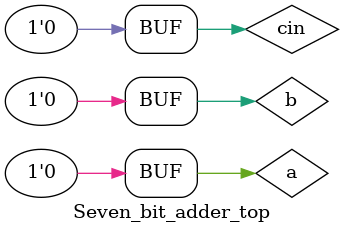
<source format=v>
`timescale 1ns / 1ps


module Seven_bit_adder_top;

	// Inputs
	reg a;
	reg b;
	reg cin;

	// Outputs
	wire sum;
	wire cout;

	// Instantiate the Unit Under Test (UUT)
	full_adder uut (
		.a(a), 
		.b(b), 
		.cin(cin), 
		.sum(sum), 
		.cout(cout)
	);

	initial begin
		// Initialize Inputs
		a = 0;
		b = 0;
		cin = 0;

		// Wait 100 ns for global reset to finish
		#100;
        
		// Add stimulus here

	end
      
endmodule


</source>
